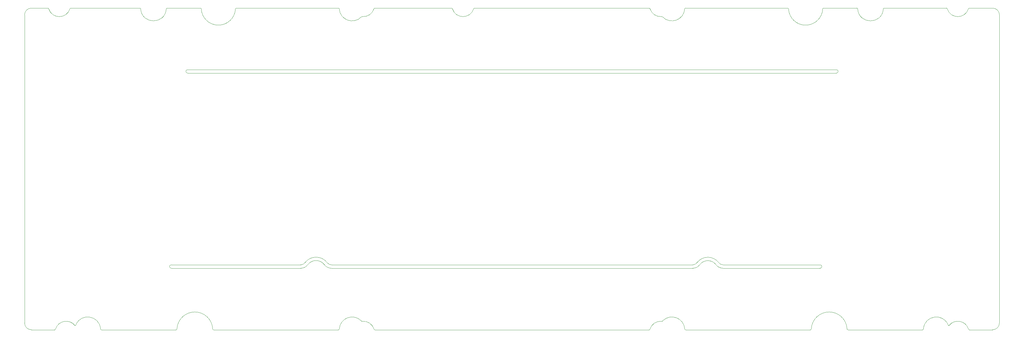
<source format=gm1>
G04 #@! TF.GenerationSoftware,KiCad,Pcbnew,(5.99.0-11336-g5116fa6d12)*
G04 #@! TF.CreationDate,2021-07-24T21:02:53+02:00*
G04 #@! TF.ProjectId,plain60-flex-mkd-iso,706c6169-6e36-4302-9d66-6c65782d6d6b,rev?*
G04 #@! TF.SameCoordinates,Original*
G04 #@! TF.FileFunction,Profile,NP*
%FSLAX46Y46*%
G04 Gerber Fmt 4.6, Leading zero omitted, Abs format (unit mm)*
G04 Created by KiCad (PCBNEW (5.99.0-11336-g5116fa6d12)) date 2021-07-24 21:02:53*
%MOMM*%
%LPD*%
G01*
G04 APERTURE LIST*
G04 #@! TA.AperFunction,Profile*
%ADD10C,0.100000*%
G04 #@! TD*
G04 APERTURE END LIST*
D10*
X125489285Y-770062D02*
G75*
G03*
X131658024Y-771296I3084566J979917D01*
G01*
X90115786Y-76700063D02*
G75*
G02*
X88105632Y-75686426I0J2499996D01*
G01*
X186579287Y-3010061D02*
G75*
G02*
X183189287Y-770061I-305558J3222772D01*
G01*
X182940498Y-94726245D02*
X102808025Y-94723773D01*
X243833533Y-770061D02*
G75*
G03*
X251318024Y-771296I3742286J244926D01*
G01*
X285225008Y-92725008D02*
G75*
G02*
X283225008Y-94725008I-2000000J0D01*
G01*
X223383534Y-525008D02*
X193556815Y-525008D01*
X243583535Y-525006D02*
G75*
G02*
X243833534Y-770061I2472J-247527D01*
G01*
X186888025Y-92108717D02*
G75*
G02*
X193319287Y-94480061I2687771J-2617267D01*
G01*
X9344234Y-94725008D02*
X2525007Y-94725008D01*
X232862718Y-76700000D02*
G75*
G03*
X232862718Y-75700000I0J500000D01*
G01*
X204479287Y-76700066D02*
G75*
G02*
X202469132Y-75686428I1J2500000D01*
G01*
X42156815Y-525006D02*
X51883534Y-525008D01*
X43363195Y-75700064D02*
G75*
G03*
X43363195Y-76700064I0J-500000D01*
G01*
X186888026Y-92108718D02*
G75*
G02*
X186548026Y-92238718I-231820J96684D01*
G01*
X81206945Y-76700060D02*
G75*
G03*
X83217099Y-75686425I0J2499999D01*
G01*
X251563079Y-523771D02*
X269739287Y-525008D01*
X92439286Y-94480061D02*
G75*
G02*
X98868026Y-92118718I3737092J-242436D01*
G01*
X98859287Y-3140061D02*
G75*
G02*
X99199287Y-3010061I231820J-96684D01*
G01*
X48126422Y-19550136D02*
X237625192Y-19550136D01*
X283225008Y-525007D02*
G75*
G02*
X285225008Y-2525007I0J-2000000D01*
G01*
X41909287Y-780061D02*
G75*
G02*
X42156815Y-525006I250020J4997D01*
G01*
X102806815Y-522534D02*
X125239288Y-525006D01*
X22965040Y-94723771D02*
X44784234Y-94725008D01*
X15449286Y-93430061D02*
G75*
G02*
X15219287Y-93460061I-116285J-5145D01*
G01*
X34189288Y-525006D02*
G75*
G02*
X34439287Y-770061I2472J-247527D01*
G01*
X283225008Y-94725008D02*
X276415040Y-94723771D01*
X251318024Y-771296D02*
G75*
G02*
X251563079Y-523771I246290J1235D01*
G01*
X102561759Y-772533D02*
G75*
G02*
X99199287Y-3010061I-3082219J986581D01*
G01*
X186879286Y-3130062D02*
G75*
G03*
X193311760Y-772533I2694178J2603193D01*
G01*
X48126422Y-18550136D02*
G75*
G03*
X48126422Y-19550136I0J-500000D01*
G01*
X182939288Y-525006D02*
G75*
G02*
X183189287Y-770061I2472J-247527D01*
G01*
X196892619Y-75092173D02*
G75*
G02*
X195687706Y-75698761I-1204913J893412D01*
G01*
X276415040Y-94723770D02*
G75*
G02*
X276169287Y-94480061I-2431J243310D01*
G01*
X276158024Y-771296D02*
G75*
G02*
X276403079Y-523771I246290J1235D01*
G01*
X81206945Y-75700061D02*
G75*
G03*
X82413037Y-75091880I0J1499999D01*
G01*
X230034234Y-94722965D02*
X193568026Y-94723770D01*
X525008Y-2525008D02*
G75*
G02*
X2525008Y-525008I2000000J0D01*
G01*
X270509286Y-93480061D02*
G75*
G02*
X270289287Y-93430061I-105284J45749D01*
G01*
X99168026Y-92238719D02*
G75*
G02*
X102558026Y-94478718I305258J-3223225D01*
G01*
X193311760Y-772533D02*
G75*
G02*
X193556815Y-525008I246290J1235D01*
G01*
X237625192Y-19550264D02*
G75*
G03*
X237625192Y-18550008I0J500128D01*
G01*
X263029287Y-94480061D02*
G75*
G02*
X270289287Y-93430061I3741449J-245591D01*
G01*
X186579287Y-3010061D02*
G75*
G02*
X186879287Y-3130061I97569J-191076D01*
G01*
X193568026Y-94723770D02*
G75*
G02*
X193319287Y-94480061I-2461J246279D01*
G01*
X237625192Y-18550008D02*
X48126422Y-18550136D01*
X196892618Y-75092173D02*
G75*
G02*
X200059287Y-73470061I3215440J-2375121D01*
G01*
X240969286Y-94723773D02*
G75*
G02*
X240719287Y-94478718I-2472J247527D01*
G01*
X51883535Y-525006D02*
G75*
G02*
X52133534Y-770061I2472J-247527D01*
G01*
X125239288Y-525006D02*
G75*
G02*
X125489287Y-770061I2472J-247527D01*
G01*
X9589288Y-94477483D02*
G75*
G02*
X15219287Y-93460061I3084719J-983807D01*
G01*
X45029288Y-94477483D02*
G75*
G02*
X55469287Y-94480061I5219936J-258535D01*
G01*
X269989285Y-770062D02*
G75*
G03*
X276158024Y-771296I3084566J979954D01*
G01*
X525008Y-2525008D02*
X525008Y-92725008D01*
X22965040Y-94723770D02*
G75*
G02*
X22719287Y-94480061I-2431J243310D01*
G01*
X223383535Y-525006D02*
G75*
G02*
X223633534Y-770061I2472J-247527D01*
G01*
X285225008Y-92725008D02*
X285225008Y-2525007D01*
X102808025Y-94723773D02*
G75*
G02*
X102558026Y-94478718I-2472J247527D01*
G01*
X15449286Y-93430061D02*
G75*
G02*
X22719287Y-94480061I3523744J-1295320D01*
G01*
X183189288Y-94480061D02*
G75*
G02*
X182940498Y-94726245I-251302J5158D01*
G01*
X14009287Y-525006D02*
X34189287Y-525008D01*
X92190498Y-94723771D02*
X55715040Y-94723770D01*
X269739288Y-525006D02*
G75*
G02*
X269989287Y-770061I2472J-247527D01*
G01*
X233622995Y-771296D02*
G75*
G02*
X223633534Y-770061I-4994700J246342D01*
G01*
X62118535Y-775813D02*
G75*
G02*
X52133534Y-770061I-4992358J250789D01*
G01*
X83217099Y-75686425D02*
G75*
G02*
X88105632Y-75686426I2444266J-1807311D01*
G01*
X92429285Y-770061D02*
G75*
G03*
X98859287Y-3140061I3742617J246464D01*
G01*
X202469132Y-75686428D02*
G75*
G03*
X200059287Y-74470061I-2412195J-1783642D01*
G01*
X55715040Y-94723770D02*
G75*
G02*
X55469287Y-94480061I-2431J243310D01*
G01*
X41909286Y-780061D02*
G75*
G02*
X34439287Y-770061I-3734665J254835D01*
G01*
X204479287Y-75700059D02*
G75*
G02*
X203273198Y-75091881I0J1499998D01*
G01*
X233622997Y-771296D02*
G75*
G02*
X233868052Y-523771I246290J1235D01*
G01*
X99168026Y-92238718D02*
G75*
G02*
X98868026Y-92118718I-97569J191076D01*
G01*
X43363195Y-75700064D02*
X81206945Y-75700061D01*
X276403079Y-523771D02*
X283225008Y-525010D01*
X270509286Y-93480060D02*
G75*
G02*
X276169287Y-94480061I2567711J-1984558D01*
G01*
X92179288Y-525006D02*
G75*
G02*
X92429287Y-770061I2472J-247527D01*
G01*
X243583534Y-525008D02*
X233868052Y-523771D01*
X13759287Y-770061D02*
G75*
G02*
X7589287Y-770061I-3085000J980150D01*
G01*
X232862718Y-75700000D02*
X204479287Y-75700060D01*
X62118536Y-775813D02*
G75*
G02*
X62363591Y-525814I247527J2472D01*
G01*
X197697860Y-75685126D02*
G75*
G02*
X200059287Y-74470061I2410404J-1782319D01*
G01*
X195687706Y-75698761D02*
X90115786Y-75700069D01*
X90115786Y-75700068D02*
G75*
G02*
X88908032Y-75089636I0J1500001D01*
G01*
X13759287Y-770061D02*
G75*
G02*
X14009287Y-525006I252513J-7559D01*
G01*
X183189287Y-94480061D02*
G75*
G02*
X186548026Y-92238718I3082524J-982010D01*
G01*
X92439287Y-94480061D02*
G75*
G02*
X92190498Y-94723771I-250048J6417D01*
G01*
X102561760Y-772533D02*
G75*
G02*
X102806815Y-522534I247527J2472D01*
G01*
X203273197Y-75091881D02*
G75*
G03*
X200059287Y-73470061I-3216252J-2378183D01*
G01*
X262775008Y-94723773D02*
X240969287Y-94723771D01*
X131903079Y-523771D02*
X182939288Y-525006D01*
X197697860Y-75685126D02*
G75*
G02*
X195687707Y-76698761I-2010153J1486364D01*
G01*
X230279287Y-94470061D02*
G75*
G02*
X230034234Y-94722965I-247530J-5329D01*
G01*
X232862718Y-76700000D02*
X204479287Y-76700066D01*
X2525008Y-525008D02*
X7339287Y-525008D01*
X82413038Y-75091880D02*
G75*
G02*
X88908032Y-75089636I3248327J-2401894D01*
G01*
X131658024Y-771296D02*
G75*
G02*
X131903079Y-523771I246290J1235D01*
G01*
X9589289Y-94477483D02*
G75*
G02*
X9344234Y-94725008I-246290J-1235D01*
G01*
X62363591Y-525814D02*
X92179287Y-525008D01*
X263029287Y-94480061D02*
G75*
G02*
X262775008Y-94723773I-256840J13468D01*
G01*
X240719286Y-94478718D02*
G75*
G03*
X230279287Y-94470061I-5220216J-257307D01*
G01*
X2525007Y-94725007D02*
G75*
G02*
X525008Y-92725008I0J1999999D01*
G01*
X7339288Y-525006D02*
G75*
G02*
X7589287Y-770061I2472J-247527D01*
G01*
X43363195Y-76700064D02*
X81206945Y-76700060D01*
X90115786Y-76700064D02*
X195687707Y-76698761D01*
X45029289Y-94477483D02*
G75*
G02*
X44784234Y-94725008I-246290J-1235D01*
G01*
M02*

</source>
